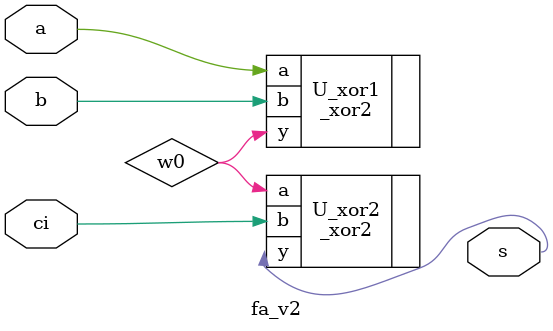
<source format=v>
module fa_v2 (a, b, ci, s);
input a, b, ci;
output s;
wire w0;

_xor2 U_xor1(.a(a), .b(b), .y(w0));
_xor2 U_xor2(.a(w0), .b(ci), .y(s));

endmodule

</source>
